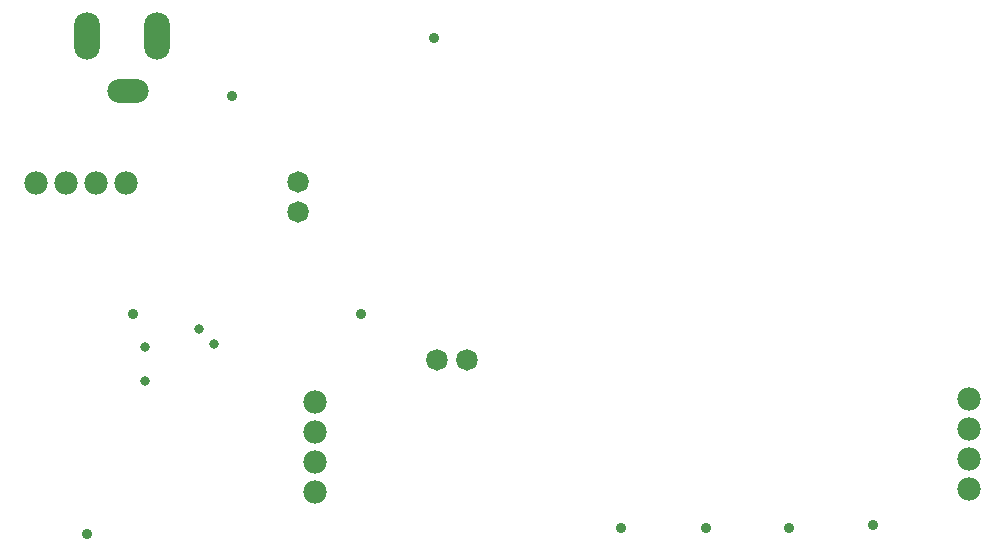
<source format=gbs>
G04*
G04 #@! TF.GenerationSoftware,Altium Limited,Altium Designer,22.0.2 (36)*
G04*
G04 Layer_Color=16711935*
%FSLAX25Y25*%
%MOIN*%
G70*
G04*
G04 #@! TF.SameCoordinates,7413C347-F83B-4BEA-81E0-1AD2B0EE7C59*
G04*
G04*
G04 #@! TF.FilePolarity,Negative*
G04*
G01*
G75*
%ADD25C,0.00000*%
%ADD30C,0.07800*%
%ADD31O,0.08674X0.15761*%
%ADD32O,0.13792X0.07887*%
%ADD33C,0.07178*%
%ADD34C,0.03300*%
%ADD35C,0.03600*%
D25*
X152116Y72217D02*
G03*
X152116Y72217I-3390J0D01*
G01*
X162116D02*
G03*
X162116Y72217I-3390J0D01*
G01*
X105890Y131500D02*
G03*
X105890Y131500I-3390J0D01*
G01*
Y121500D02*
G03*
X105890Y121500I-3390J0D01*
G01*
D30*
X326000Y39000D02*
D03*
Y29000D02*
D03*
Y59000D02*
D03*
Y49000D02*
D03*
X35000Y131000D02*
D03*
X45000D02*
D03*
X15000D02*
D03*
X25000D02*
D03*
X108000Y48000D02*
D03*
Y58000D02*
D03*
Y28000D02*
D03*
Y38000D02*
D03*
D31*
X55622Y180000D02*
D03*
X32000D02*
D03*
D32*
X45779Y161693D02*
D03*
D33*
X148726Y72217D02*
D03*
X158726D02*
D03*
X102500Y131500D02*
D03*
Y121500D02*
D03*
D34*
X69500Y82500D02*
D03*
X74500Y77500D02*
D03*
X51500Y76500D02*
D03*
Y65000D02*
D03*
D35*
X47500Y87500D02*
D03*
X147740Y179500D02*
D03*
X80500Y160000D02*
D03*
X32000Y14000D02*
D03*
X294000Y17000D02*
D03*
X266000Y16000D02*
D03*
X238500D02*
D03*
X210000D02*
D03*
X123500Y87500D02*
D03*
M02*

</source>
